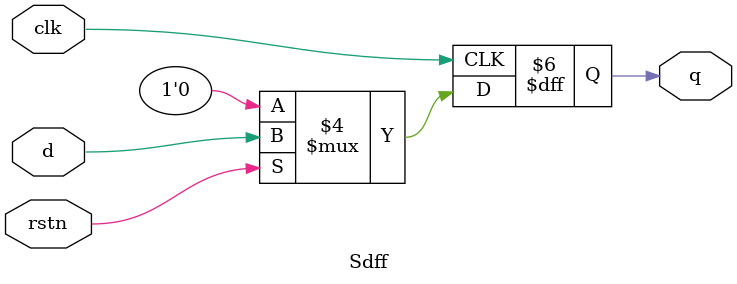
<source format=v>
module Sdff(
	input d,rstn,clk,
	output reg q
);

always@(posedge clk)
	if (!rstn )
		q<=0;
	else
		q<=d;
endmodule

</source>
